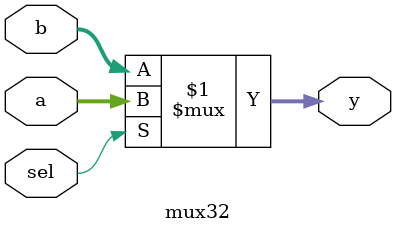
<source format=v>
`timescale 1ns / 1ps

module mux32(
        output wire [31:0] y,
        input wire [31:0] a, b,
        input wire sel
    );
    //if sel = 1, then y = a
    //if sel = 0, tjem y = b
    assign  y = sel ? a: b;
    
endmodule

</source>
